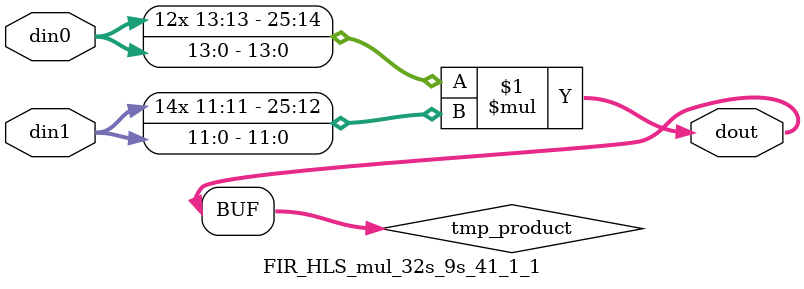
<source format=v>

`timescale 1 ns / 1 ps

 module FIR_HLS_mul_32s_9s_41_1_1(din0, din1, dout);
parameter ID = 1;
parameter NUM_STAGE = 0;
parameter din0_WIDTH = 14;
parameter din1_WIDTH = 12;
parameter dout_WIDTH = 26;

input [din0_WIDTH - 1 : 0] din0; 
input [din1_WIDTH - 1 : 0] din1; 
output [dout_WIDTH - 1 : 0] dout;

wire signed [dout_WIDTH - 1 : 0] tmp_product;



























assign tmp_product = $signed(din0) * $signed(din1);








assign dout = tmp_product;





















endmodule

</source>
